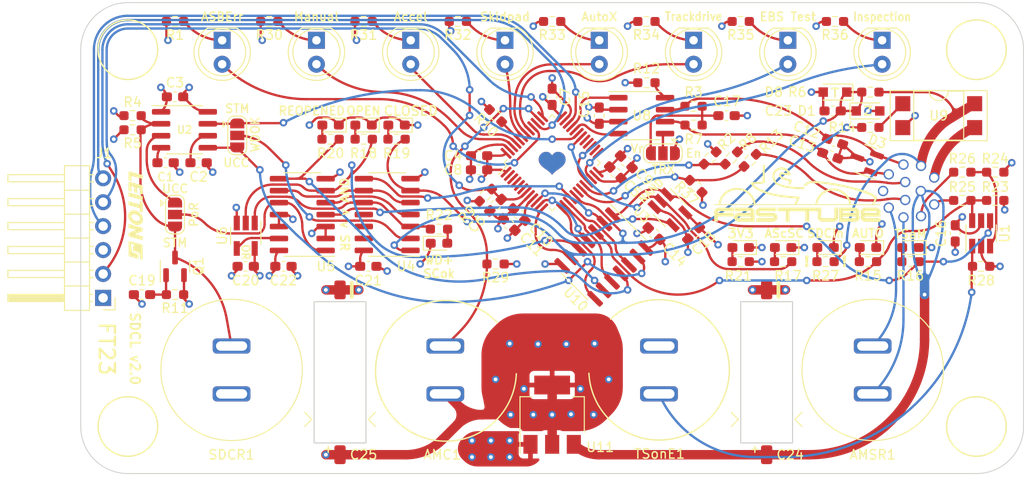
<source format=kicad_pcb>
(kicad_pcb (version 20211014) (generator pcbnew)

  (general
    (thickness 1.6)
  )

  (paper "A4")
  (layers
    (0 "F.Cu" signal)
    (1 "In1.Cu" power "GND.Cu")
    (2 "In2.Cu" power "3V3.Cu")
    (31 "B.Cu" signal)
    (33 "F.Adhes" user "F.Adhesive")
    (35 "F.Paste" user)
    (37 "F.SilkS" user "F.Silkscreen")
    (38 "B.Mask" user)
    (39 "F.Mask" user)
    (40 "Dwgs.User" user "User.Drawings")
    (41 "Cmts.User" user "User.Comments")
    (42 "Eco1.User" user "User.Eco1")
    (43 "Eco2.User" user "User.Eco2")
    (44 "Edge.Cuts" user)
    (45 "Margin" user)
    (46 "B.CrtYd" user "B.Courtyard")
    (47 "F.CrtYd" user "F.Courtyard")
    (49 "F.Fab" user)
  )

  (setup
    (stackup
      (layer "F.SilkS" (type "Top Silk Screen"))
      (layer "F.Paste" (type "Top Solder Paste"))
      (layer "F.Mask" (type "Top Solder Mask") (thickness 0.01))
      (layer "F.Cu" (type "copper") (thickness 0.035))
      (layer "dielectric 1" (type "core") (thickness 0.48) (material "FR4") (epsilon_r 4.5) (loss_tangent 0.02))
      (layer "In1.Cu" (type "copper") (thickness 0.035))
      (layer "dielectric 2" (type "prepreg") (thickness 0.48) (material "FR4") (epsilon_r 4.5) (loss_tangent 0.02))
      (layer "In2.Cu" (type "copper") (thickness 0.035))
      (layer "dielectric 3" (type "core") (thickness 0.48) (material "FR4") (epsilon_r 4.5) (loss_tangent 0.02))
      (layer "B.Cu" (type "copper") (thickness 0.035))
      (layer "B.Mask" (type "Bottom Solder Mask") (thickness 0.01))
      (copper_finish "None")
      (dielectric_constraints no)
    )
    (pad_to_mask_clearance 0)
    (pcbplotparams
      (layerselection 0x00010e0_ffffffff)
      (disableapertmacros false)
      (usegerberextensions false)
      (usegerberattributes true)
      (usegerberadvancedattributes true)
      (creategerberjobfile true)
      (svguseinch false)
      (svgprecision 6)
      (excludeedgelayer true)
      (plotframeref false)
      (viasonmask false)
      (mode 1)
      (useauxorigin false)
      (hpglpennumber 1)
      (hpglpenspeed 20)
      (hpglpendiameter 15.000000)
      (dxfpolygonmode true)
      (dxfimperialunits true)
      (dxfusepcbnewfont true)
      (psnegative false)
      (psa4output false)
      (plotreference true)
      (plotvalue true)
      (plotinvisibletext false)
      (sketchpadsonfab false)
      (subtractmaskfromsilk false)
      (outputformat 1)
      (mirror false)
      (drillshape 0)
      (scaleselection 1)
      (outputdirectory "export/")
    )
  )

  (net 0 "")
  (net 1 "GND")
  (net 2 "NRST")
  (net 3 "+12V")
  (net 4 "AMC")
  (net 5 "TRACESWO")
  (net 6 "SWDIO")
  (net 7 "SWCLK")
  (net 8 "Net-(R12-Pad1)")
  (net 9 "AMSRin")
  (net 10 "AMSRout")
  (net 11 "+3.3V")
  (net 12 "/CAN TRX/CAN_H")
  (net 13 "/CAN TRX/CAN_L")
  (net 14 "Net-(C19-Pad1)")
  (net 15 "/Connections/SDC_in_3V3")
  (net 16 "Net-(D2-Pad1)")
  (net 17 "Net-(D4-Pad2)")
  (net 18 "/Backup AMI/AMI0")
  (net 19 "Net-(D15-Pad1)")
  (net 20 "/Backup AMI/AMI1")
  (net 21 "Net-(D16-Pad1)")
  (net 22 "/Backup AMI/AMI2")
  (net 23 "Net-(D17-Pad1)")
  (net 24 "/Backup AMI/AMI3")
  (net 25 "Net-(D18-Pad1)")
  (net 26 "/Backup AMI/AMI4")
  (net 27 "Net-(D19-Pad1)")
  (net 28 "/Backup AMI/AMI5")
  (net 29 "Net-(D20-Pad1)")
  (net 30 "/Backup AMI/AMI6")
  (net 31 "Net-(J2-Pad1)")
  (net 32 "Net-(J2-Pad9)")
  (net 33 "Net-(R14-Pad2)")
  (net 34 "Net-(D5-Pad2)")
  (net 35 "Net-(D6-Pad2)")
  (net 36 "Net-(D7-Pad2)")
  (net 37 "Net-(D9-Pad2)")
  (net 38 "Net-(D10-Pad2)")
  (net 39 "Net-(D11-Pad2)")
  (net 40 "Net-(D12-Pad2)")
  (net 41 "Net-(D13-Pad2)")
  (net 42 "/Non-Programmable Logic/~{WDO}")
  (net 43 "/Non-Programmable Logic/RP")
  (net 44 "/Non-Programmable Logic/WP")
  (net 45 "/Controller/TS_activate_MUXed")
  (net 46 "/Non-Programmable Logic/close_while_allowed")
  (net 47 "/Non-Programmable Logic/~{reset_all}")
  (net 48 "/Non-Programmable Logic/closing_allowed")
  (net 49 "/Non-Programmable Logic/~{reopen}")
  (net 50 "/Non-Programmable Logic/WD_and_SDCin_ok")
  (net 51 "/Non-Programmable Logic/~{try_close}")
  (net 52 "Net-(J2-Pad11)")
  (net 53 "Net-(J2-Pad12)")
  (net 54 "Net-(JPPoR1-Pad1)")
  (net 55 "/Connections/SDC_out")
  (net 56 "/Connections/SDC_in")
  (net 57 "/Connections/TS_activate_dash")
  (net 58 "/Controller/Watchdog")
  (net 59 "WD_OK")
  (net 60 "/CAN TRX/CAN_TX")
  (net 61 "/CAN TRX/CAN_RX")
  (net 62 "Net-(D14-Pad1)")
  (net 63 "/Connections/ASMS")
  (net 64 "/Buttons/~{SDC_reset}")
  (net 65 "/Controller/AS_close_SDC")
  (net 66 "CLOSED")
  (net 67 "INITIAL_OPEN")
  (net 68 "REOPENED")
  (net 69 "/Buttons/TS_activate_ext")
  (net 70 "/Controller/SDC_is_ready")
  (net 71 "unconnected-(U7-Pad3)")
  (net 72 "unconnected-(U7-Pad4)")
  (net 73 "unconnected-(U7-Pad5)")
  (net 74 "Net-(U10-Pad2)")
  (net 75 "Net-(U10-Pad4)")
  (net 76 "Net-(U10-Pad6)")
  (net 77 "Net-(U10-Pad8)")
  (net 78 "Net-(U10-Pad10)")
  (net 79 "Net-(U10-Pad12)")
  (net 80 "unconnected-(U7-Pad18)")
  (net 81 "unconnected-(U7-Pad25)")
  (net 82 "unconnected-(U7-Pad26)")
  (net 83 "unconnected-(U7-Pad27)")
  (net 84 "unconnected-(U7-Pad28)")
  (net 85 "/CAN TRX/Vref")
  (net 86 "Net-(JP1-Pad2)")
  (net 87 "unconnected-(U4-Pad11)")
  (net 88 "unconnected-(U4-Pad12)")
  (net 89 "unconnected-(U4-Pad13)")
  (net 90 "LV_SENSE_2")
  (net 91 "LV_SENSE_1")
  (net 92 "unconnected-(U7-Pad29)")
  (net 93 "unconnected-(U7-Pad6)")
  (net 94 "/Controller/asb_error")
  (net 95 "Net-(R10-Pad1)")
  (net 96 "unconnected-(U7-Pad2)")

  (footprint "Capacitor_SMD:C_0603_1608Metric_Pad1.08x0.95mm_HandSolder" (layer "F.Cu") (at 109 67))

  (footprint "Capacitor_SMD:C_0603_1608Metric_Pad1.08x0.95mm_HandSolder" (layer "F.Cu") (at 112.5 67))

  (footprint "Capacitor_SMD:C_0603_1608Metric_Pad1.08x0.95mm_HandSolder" (layer "F.Cu") (at 110 60 180))

  (footprint "Capacitor_SMD:C_0603_1608Metric_Pad1.08x0.95mm_HandSolder" (layer "F.Cu") (at 142.25 66.25 180))

  (footprint "Capacitor_SMD:C_0603_1608Metric_Pad1.08x0.95mm_HandSolder" (layer "F.Cu") (at 156.717515 68.06066 -45))

  (footprint "Capacitor_SMD:C_0603_1608Metric_Pad1.08x0.95mm_HandSolder" (layer "F.Cu") (at 144 71.5 -135))

  (footprint "Capacitor_SMD:C_0603_1608Metric_Pad1.08x0.95mm_HandSolder" (layer "F.Cu") (at 150 60 90))

  (footprint "Capacitor_SMD:C_0603_1608Metric_Pad1.08x0.95mm_HandSolder" (layer "F.Cu") (at 142.25 67.75 180))

  (footprint "Capacitor_SMD:C_0603_1608Metric_Pad1.08x0.95mm_HandSolder" (layer "F.Cu") (at 157.867538 66.897577 -45))

  (footprint "Capacitor_SMD:C_0603_1608Metric_Pad1.08x0.95mm_HandSolder" (layer "F.Cu") (at 146.5 72.5 135))

  (footprint "Capacitor_SMD:C_0603_1608Metric_Pad1.08x0.95mm_HandSolder" (layer "F.Cu") (at 145.43934 73.56066 135))

  (footprint "Capacitor_SMD:C_0603_1608Metric_Pad1.08x0.95mm_HandSolder" (layer "F.Cu") (at 180 64.75 -20))

  (footprint "Capacitor_SMD:C_0603_1608Metric_Pad1.08x0.95mm_HandSolder" (layer "F.Cu") (at 179.5 66.25 160))

  (footprint "Package_TO_SOT_SMD:SOT-23-5_HandSoldering" (layer "F.Cu") (at 162.5 72 -45))

  (footprint "Capacitor_SMD:C_0603_1608Metric_Pad1.08x0.95mm_HandSolder" (layer "F.Cu") (at 155 62 90))

  (footprint "Package_TO_SOT_SMD:SOT-23-5_HandSoldering" (layer "F.Cu") (at 117.5 74.75 -90))

  (footprint "Resistor_SMD:R_0603_1608Metric_Pad0.98x0.95mm_HandSolder" (layer "F.Cu") (at 105.5 62))

  (footprint "Resistor_SMD:R_0603_1608Metric_Pad0.98x0.95mm_HandSolder" (layer "F.Cu") (at 105.5 63.5 180))

  (footprint "Resistor_SMD:R_0603_1608Metric_Pad0.98x0.95mm_HandSolder" (layer "F.Cu") (at 183.75 59.5 180))

  (footprint "Resistor_SMD:R_0603_1608Metric_Pad0.98x0.95mm_HandSolder" (layer "F.Cu") (at 142.93934 70.43934 45))

  (footprint "Resistor_SMD:R_0603_1608Metric_Pad0.98x0.95mm_HandSolder" (layer "F.Cu") (at 144 62 135))

  (footprint "Resistor_SMD:R_0603_1608Metric_Pad0.98x0.95mm_HandSolder" (layer "F.Cu") (at 160 58.5 180))

  (footprint "Package_TO_SOT_SMD:SOT-23-6_Handsoldering" (layer "F.Cu") (at 195.5 74.5 90))

  (footprint "Package_SO:SOIC-8_3.9x4.9mm_P1.27mm" (layer "F.Cu") (at 111 63.5))

  (footprint "Package_SO:SOIC-14_3.9x8.7mm_P1.27mm" (layer "F.Cu") (at 132.5 72.5 180))

  (footprint "Package_SO:SOIC-14_3.9x8.7mm_P1.27mm" (layer "F.Cu") (at 123.5 72.503922 180))

  (footprint "Package_QFP:LQFP-48_7x7mm_P0.5mm" (layer "F.Cu") (at 150 67 45))

  (footprint "Package_SO:SOIC-8_3.9x4.9mm_P1.27mm" (layer "F.Cu") (at 159.5 62))

  (footprint "Resistor_SMD:R_0603_1608Metric_Pad0.98x0.95mm_HandSolder" (layer "F.Cu") (at 183.75 63.25))

  (footprint "Package_DIP:DIP-4_W7.62mm_SMDSocket_SmallPads" (layer "F.Cu") (at 191 62))

  (footprint "Capacitor_SMD:C_0603_1608Metric_Pad1.08x0.95mm_HandSolder" (layer "F.Cu") (at 192.75 74.5 90))

  (footprint "Capacitor_SMD:C_0603_1608Metric_Pad1.08x0.95mm_HandSolder" (layer "F.Cu") (at 165 74.5 45))

  (footprint "Capacitor_SMD:C_0603_1608Metric_Pad1.08x0.95mm_HandSolder" (layer "F.Cu") (at 117.5 78))

  (footprint "Capacitor_SMD:C_0603_1608Metric_Pad1.08x0.95mm_HandSolder" (layer "F.Cu") (at 130.5 78 180))

  (footprint "Capacitor_SMD:C_0603_1608Metric_Pad1.08x0.95mm_HandSolder" (layer "F.Cu") (at 121.5 78 180))

  (footprint "Diode_SMD:D_0603_1608Metric_Pad1.05x0.95mm_HandSolder" (layer "F.Cu") (at 183.5 76 180))

  (footprint "Diode_SMD:D_0603_1608Metric_Pad1.05x0.95mm_HandSolder" (layer "F.Cu") (at 188 76 180))

  (footprint "Diode_SMD:D_0603_1608Metric_Pad1.05x0.95mm_HandSolder" (layer "F.Cu") (at 174.5 76 180))

  (footprint "Diode_SMD:D_0603_1608Metric_Pad1.05x0.95mm_HandSolder" (layer "F.Cu") (at 130 63 180))

  (footprint "Diode_SMD:D_0603_1608Metric_Pad1.05x0.95mm_HandSolder" (layer "F.Cu") (at 133.5 63 180))

  (footprint "Diode_SMD:D_0603_1608Metric_Pad1.05x0.95mm_HandSolder" (layer "F.Cu") (at 126.5 63 180))

  (footprint "Diode_SMD:D_0603_1608Metric_Pad1.05x0.95mm_HandSolder" (layer "F.Cu") (at 170 76 180))

  (footprint "Resistor_SMD:R_0603_1608Metric_Pad0.98x0.95mm_HandSolder" (layer "F.Cu") (at 183.5 77.5 180))

  (footprint "Resistor_SMD:R_0603_1608Metric_Pad0.98x0.95mm_HandSolder" (layer "F.Cu") (at 188 77.5))

  (footprint "Diode_SMD:D_0603_1608Metric_Pad1.05x0.95mm_HandSolder" (layer "F.Cu") (at 138 75.545))

  (footprint "Resistor_SMD:R_0603_1608Metric_Pad0.98x0.95mm_HandSolder" (layer "F.Cu") (at 174.5 77.5 180))

  (footprint "Resistor_SMD:R_0603_1608Metric_Pad0.98x0.95mm_HandSolder" (layer "F.Cu") (at 130.016666 64.5 180))

  (footprint "Resistor_SMD:R_0603_1608Metric_Pad0.98x0.95mm_HandSolder" (layer "F.Cu") (at 133.5 64.5 180))

  (footprint "Resistor_SMD:R_0603_1608Metric_Pad0.98x0.95mm_HandSolder" (layer "F.Cu") (at 126.5 64.5 180))

  (footprint "Resistor_SMD:R_0603_1608Metric_Pad0.98x0.95mm_HandSolder" (layer "F.Cu") (at 170 77.5 180))

  (footprint "Resistor_SMD:R_0603_1608Metric_Pad0.98x0.95mm_HandSolder" (layer "F.Cu") (at 138 74.045 180))

  (footprint "Capacitor_SMD:C_0603_1608Metric_Pad1.08x0.95mm_HandSolder" (layer "F.Cu") (at 179.75 61.5))

  (footprint "Diode_SMD:D_SOD-323_HandSoldering" (layer "F.Cu") (at 180 59.5 180))

  (footprint "MountingHole:MountingHole_3.2mm_M3" (layer "F.Cu")
    (tedit 56D1B4CB) (tstamp 00000000-0000-0000-0000-000061bee488)
    (at 105 55 180)
    (descr "Mounting Hole 3.2mm, no annular, M3")
    (tags "mounting hole 3.2mm no annular m3")
    (property "Sheetfile" "connections.kicad_sch")
    (property "Sheetname" "Connections")
    (path "/00000000-0000-0000-0000-000061bba8ea/00000000-0000-0000-0000-000061bd2819")
    (attr exclude_from_pos_files)
    (fp_text reference "H1" (at 0 -4.2) (layer "F.SilkS") hide
      (effects (font (size 1 1) (thickness 0.15)))
      (tstamp 47fadd5d-e63f-4824-9b10-de5d2fb6df9a)
    )
    (fp_text value "MountingHole" (at 0 4.2) (layer "F.Fab")
      (effects (font (size 1 1) (thickness 0.15)))
      (tstamp 1c823e0b-a9cf-4241-96e0-8c775a87c35a)

... [1291434 chars truncated]
</source>
